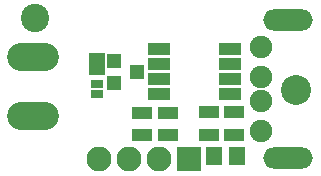
<source format=gbs>
G04 #@! TF.FileFunction,Soldermask,Bot*
%FSLAX46Y46*%
G04 Gerber Fmt 4.6, Leading zero omitted, Abs format (unit mm)*
G04 Created by KiCad (PCBNEW 4.0.4-stable) date 12/09/16 08:24:26*
%MOMM*%
%LPD*%
G01*
G04 APERTURE LIST*
%ADD10C,0.100000*%
%ADD11O,4.362400X2.381200*%
%ADD12R,1.700000X1.100000*%
%ADD13R,1.200100X1.200100*%
%ADD14R,1.850000X1.000000*%
%ADD15R,1.400000X1.650000*%
%ADD16C,1.901140*%
%ADD17O,4.200000X1.800000*%
%ADD18R,2.127200X2.100000*%
%ADD19O,2.127200X2.100000*%
%ADD20C,2.400000*%
%ADD21C,2.540000*%
%ADD22R,1.000000X0.800000*%
%ADD23R,1.400000X1.000000*%
G04 APERTURE END LIST*
D10*
D11*
X142748000Y-96520000D03*
X142748000Y-101520000D03*
D12*
X159766000Y-101158000D03*
X159766000Y-103058000D03*
X154178000Y-101209000D03*
X154178000Y-103109000D03*
X157607000Y-101158000D03*
X157607000Y-103058000D03*
D13*
X149549240Y-98700000D03*
X149549240Y-96800000D03*
X151548220Y-97750000D03*
D14*
X159362000Y-95834200D03*
X159362000Y-97104200D03*
X159362000Y-98374200D03*
X159362000Y-99644200D03*
X153362000Y-99644200D03*
X153362000Y-98374200D03*
X153362000Y-97104200D03*
X153362000Y-95834200D03*
D12*
X151943000Y-101209000D03*
X151943000Y-103109000D03*
D15*
X158004000Y-104902000D03*
X160004000Y-104902000D03*
D16*
X162049880Y-102743860D03*
X162049880Y-100203860D03*
X162049880Y-98171860D03*
X162049880Y-95631860D03*
D17*
X164338000Y-105029000D03*
X164338000Y-93345000D03*
D18*
X155956000Y-105156000D03*
D19*
X153416000Y-105156000D03*
X150876000Y-105156000D03*
X148336000Y-105156000D03*
D20*
X142875000Y-93218000D03*
D21*
X165000000Y-99250000D03*
D22*
X148100000Y-98750000D03*
X148100000Y-99650000D03*
D23*
X148100000Y-97489000D03*
X148100000Y-96663500D03*
M02*

</source>
